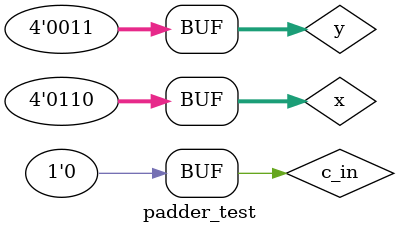
<source format=v>
module padder (x, y, c_in, sum, c_out);
    input [3:0] x, y;     // 4-bit inputs
    input c_in;           // Carry input
    output [3:0] sum;     // 4-bit sum output
    output c_out;         // Carry output
    wire c1, c2, c3;      // Internal carry wires

    // Instantiate full adders for each bit
    fulladd stage0 (x[0], y[0], c_in, sum[0], c1);
    fulladd stage1 (x[1], y[1], c1, sum[1], c2);
    fulladd stage2 (x[2], y[2], c2, sum[2], c3);
    fulladd stage3 (x[3], y[3], c3, sum[3], c_out);
endmodule

// Full Adder Module
module fulladd (a, b, cin, s, cout);
    input a, b, cin;       // Inputs: a, b, carry-in
    output s, cout;        // Outputs: sum, carry-out
    assign s = a ^ b ^ cin; // XOR for sum
    assign cout = (a & b) | (b & cin) | (a & cin); // Carry logic
endmodule

module padder_test;
    reg [3:0] x, y;       // 4-bit registers for inputs
    reg c_in;             // Carry input
    wire [3:0] sum;       // 4-bit wire for sum
    wire c_out;           // Carry output wire

    // Instantiate the Parallel Adder
    padder a1 (x, y, c_in, sum, c_out);

    initial begin
        // Test cases
        x = 4'b0000; y = 4'b0000; c_in = 0; #10; // Test case 1: All zeros
        x = 4'b0001; y = 4'b0001; c_in = 0; #10; // Test case 2: 1 + 1
        x = 4'b1010; y = 4'b0101; c_in = 1; #10; // Test case 3: Random values with carry-in
        x = 4'b1111; y = 4'b1111; c_in = 1; #10; // Test case 4: Overflow scenario
        x = 4'b0110; y = 4'b0011; c_in = 0; #10; // Test case 5: Another random case
    end
endmodule

</source>
